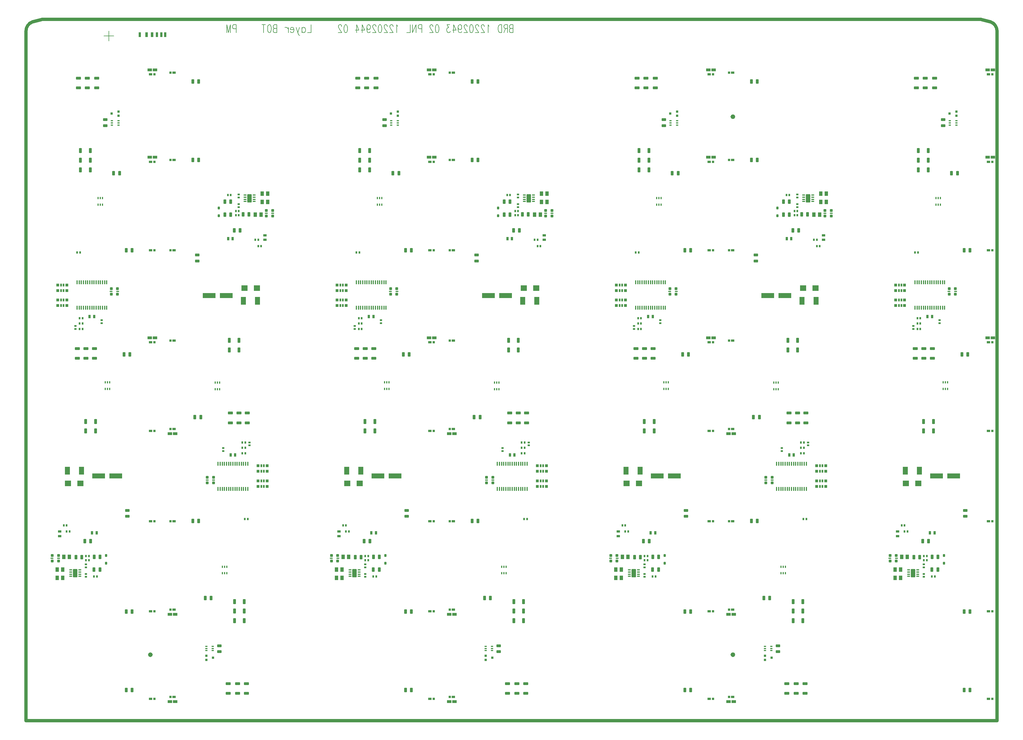
<source format=gbr>
*
G04 Job   : C:\Work\Skoda\12202943\12202943-02\panel_12202944\panel.pnl*
G04 User  : UA220008:semen002*
G04 Layer : SolderPasteBot.gbr*
G04 Date  : Fri Aug 09 23:31:15 2024*
G04 Expedition Layer: Solder Paste - Bottom*
%ICAS*%
%MOIN*%
%FSDAX24Y24*%
%OFA0.0000B0.0000*%
G90*
G74*
%AMVB_RECTANGLE*
21,1,$1,$2,0,0,$3*
%
%AMVB_RCRECTANGLE*
$3=$3X2*
21,1,$1-$3,$2,0,0,0*
21,1,$1,$2-$3,0,0,0*
$1=$1/2*
$2=$2/2*
$3=$3/2*
$1=$1-$3*
$2=$2-$3*
1,1,$3X2,0-$1,0-$2*
1,1,$3X2,0-$1,$2*
1,1,$3X2,$1,$2*
1,1,$3X2,$1,0-$2*
%
%ADD11C,0.00787*%
%ADD10C,0.03937*%
%ADD70VB_RECTANGLE,0.04528X0.01378X90.00000*%
%ADD71VB_RCRECTANGLE,0.02362X0.01575X0.00197*%
%ADD20VB_RCRECTANGLE,0.01575X0.02362X0.00197*%
%ADD29VB_RCRECTANGLE,0.02756X0.01969X0.00197*%
%ADD19VB_RCRECTANGLE,0.01969X0.02756X0.00197*%
%ADD21VB_RCRECTANGLE,0.02953X0.02362X0.00197*%
%ADD14VB_RCRECTANGLE,0.03150X0.01575X0.00197*%
%ADD30VB_RCRECTANGLE,0.02362X0.03150X0.00197*%
%ADD17VB_RCRECTANGLE,0.03150X0.03150X0.00197*%
%ADD18VB_RCRECTANGLE,0.03543X0.01575X0.00197*%
%ADD32VB_RCRECTANGLE,0.01969X0.03543X0.00197*%
%ADD31VB_RCRECTANGLE,0.03150X0.03543X0.00197*%
%ADD73VB_RCRECTANGLE,0.03937X0.02756X0.00197*%
%ADD27VB_RCRECTANGLE,0.02756X0.03937X0.00197*%
%ADD22VB_RCRECTANGLE,0.04331X0.02362X0.00197*%
%ADD72VB_RCRECTANGLE,0.05118X0.03150X0.00197*%
%ADD23VB_RCRECTANGLE,0.03150X0.05118X0.00197*%
%ADD13VB_RCRECTANGLE,0.05118X0.03543X0.00197*%
%ADD12VB_RCRECTANGLE,0.03937X0.05512X0.00197*%
%ADD16VB_RCRECTANGLE,0.05906X0.03150X0.00197*%
%ADD25VB_RCRECTANGLE,0.03150X0.05906X0.00197*%
%ADD26VB_RCRECTANGLE,0.07480X0.06693X0.00197*%
%ADD28VB_RCRECTANGLE,0.06299X0.09055X0.00197*%
%ADD15VB_RCRECTANGLE,0.05118X0.09843X0.00197*%
%ADD24VB_RCRECTANGLE,0.15157X0.06299X0.00197*%
G01*
G36*
X003583Y-000118D02*
X003858D01*
Y000433*
X003583*
Y-000118*
X004409D02*
X004685D01*
Y000433*
X004409*
Y-000118*
X004964Y-074948D02*
G03X005003Y-074951I000039J000283D01*
X005289Y-074665J000286*
X005286Y-074626I000286*
G01X005043*
Y-074383*
G03X005003Y-074380I000040J000282*
X004718Y-074665J000285*
X004721Y-074705I000285*
G01X004964*
Y-074948*
X005043D02*
Y-074705D01*
X005286*
G03X005289Y-074665I000283J000040*
X005003Y-074380I000286*
X004964Y-074383J000285*
G01Y-074626*
X004721*
G03X004718Y-074665I000282J000039*
X005003Y-074951I000285*
X005043Y-074948J000286*
G01X005079Y-000118D02*
X005354D01*
Y000433*
X005079*
Y-000118*
X005669D02*
X005945D01*
Y000433*
X005669*
Y-000118*
X006181D02*
X006457D01*
Y000433*
X006181*
Y-000118*
X006654D02*
X006929D01*
Y000433*
X006654*
Y-000118*
X075255Y-010027D02*
G03X075295Y-010030I000040J000283D01*
X075580Y-009744J000286*
X075577Y-009705I000285*
G01X075334*
Y-009461*
G03X075295Y-009459I000039J000283*
X075009Y-009744J000285*
X075012Y-009783I000286*
G01X075255*
Y-010027*
Y-074948D02*
G03X075295Y-074951I000040J000283D01*
X075580Y-074665J000286*
X075577Y-074626I000285*
G01X075334*
Y-074383*
G03X075295Y-074380I000039J000282*
X075009Y-074665J000285*
X075012Y-074705I000286*
G01X075255*
Y-074948*
X075334D02*
Y-074705D01*
X075577*
G03X075580Y-074665I000282J000040*
X075295Y-074380I000285*
X075255Y-074383J000285*
G01Y-074626*
X075012*
G03X075009Y-074665I000283J000039*
X075295Y-074951I000286*
X075334Y-074948J000286*
G01Y-010027D02*
Y-009783D01*
X075577*
G03X075580Y-009744I000282J000039*
X075295Y-009459I000285*
X075255Y-009461J000285*
G01Y-009705*
X075012*
G03X075009Y-009744I000283J000039*
X075295Y-010030I000286*
X075334Y-010027J000286*
G37*
G54D10*
G01X-010000Y000591D02*
G02X-009213Y001704I001181D01*
G01X-008143Y001987*
G02X-007988Y002008I000155J000570*
G01X105150*
G02X105304Y001987J000591*
G01X106378Y001704*
G02X107165Y000591I000394J001113*
G01Y-082638*
X-010000*
Y000591*
G54D11*
X000000Y-000591D02*
Y000591D01*
X000591Y000000D02*
X-000591D01*
X014666Y000394D02*
Y001378D01*
X014447Y000394*
X014228Y001378*
Y000394*
X015355D02*
Y001378D01*
X015073*
X014979Y001318*
X014948Y001274*
X014917Y001184*
Y001050*
X014948Y000945*
X014979Y000901*
X015073Y000856*
X015355*
X018679Y001378D02*
Y000394D01*
X018898Y001378D02*
X018460D01*
X019431D02*
X019483Y001318D01*
X019535Y001229*
X019567Y001139*
X019587Y001005*
Y000767*
X019567Y000632*
X019535Y000528*
X019483Y000438*
X019431Y000394*
X019316*
X019264Y000438*
X019201Y000528*
X019180Y000632*
X019149Y000767*
Y001005*
X019180Y001139*
X019201Y001229*
X019264Y001318*
X019316Y001378*
X019431*
X020276Y000901D02*
X019995D01*
X019901Y000856*
X019869Y000811*
X019838Y000722*
Y000573*
X019869Y000483*
X019901Y000438*
X019995Y000394*
X020276*
Y001378*
X019995*
X019901Y001318*
X019869Y001274*
X019838Y001184*
Y001095*
X019869Y001005*
X019901Y000945*
X019995Y000901*
X021654Y000767D02*
X021602Y000901D01*
X021498Y000990*
X021383Y001035*
X021216*
X021654D02*
Y000394D01*
X022343Y000767D02*
X021905D01*
Y000856*
X021936Y000945*
X021978Y000990*
X022051Y001035*
X022166*
X022239Y000990*
X022312Y000901*
X022343Y000767*
Y000662*
X022312Y000528*
X022239Y000438*
X022166Y000394*
X022051*
X021978Y000438*
X021905Y000528*
X022594Y001035D02*
X022803Y000394D01*
X022865Y000200*
X022938Y000110*
X023001Y000066*
X023032*
X023001Y001035D02*
X022803Y000394D01*
X023283Y000901D02*
X023356Y000990D01*
X023429Y001035*
X023544*
X023617Y000990*
X023690Y000901*
X023721Y000767*
Y000662*
X023690Y000528*
X023617Y000438*
X023544Y000394*
X023429*
X023356Y000438*
X023283Y000528*
Y001035D02*
Y000394D01*
X024410Y001378D02*
Y000394D01*
X023972*
X028080Y001139D02*
Y001184D01*
X028049Y001274*
X028017Y001318*
X027955Y001378*
X027830*
X027767Y001318*
X027736Y001274*
X027704Y001184*
Y001095*
X027736Y001005*
X027798Y000856*
X028111Y000394*
X027673*
X028612Y001363D02*
X028706Y001318D01*
X028769Y001184*
X028800Y000945*
Y000811*
X028769Y000573*
X028706Y000438*
X028612Y000394*
X028550*
X028456Y000438*
X028393Y000573*
X028362Y000811*
Y000945*
X028393Y001184*
X028456Y001318*
X028550Y001363*
X028612*
X029886D02*
X030178Y000722D01*
X029740*
X029886Y001363D02*
Y000394D01*
X030575Y001363D02*
Y000394D01*
Y001363D02*
X030867Y000722D01*
X030429*
X031118Y001050D02*
X031149Y000901D01*
X031212Y000811*
X031327Y000767*
X031358*
X031462Y000811*
X031525Y000901*
X031556Y001050*
Y001095*
X031525Y001229*
X031462Y001318*
X031358Y001363*
X031327*
X031212Y001318*
X031149Y001229*
X031118Y001050*
Y000811*
X031149Y000573*
X031212Y000438*
X031327Y000394*
X031389*
X031494Y000438*
X031525Y000528*
X032214Y001139D02*
Y001184D01*
X032182Y001274*
X032151Y001318*
X032089Y001378*
X031963*
X031901Y001318*
X031869Y001274*
X031838Y001184*
Y001095*
X031869Y001005*
X031932Y000856*
X032245Y000394*
X031807*
X032746Y001363D02*
X032840Y001318D01*
X032903Y001184*
X032934Y000945*
Y000811*
X032903Y000573*
X032840Y000438*
X032746Y000394*
X032684*
X032590Y000438*
X032527Y000573*
X032496Y000811*
Y000945*
X032527Y001184*
X032590Y001318*
X032684Y001363*
X032746*
X033592Y001139D02*
Y001184D01*
X033560Y001274*
X033529Y001318*
X033466Y001378*
X033341*
X033279Y001318*
X033247Y001274*
X033216Y001184*
Y001095*
X033247Y001005*
X033310Y000856*
X033623Y000394*
X033185*
X034281Y001139D02*
Y001184D01*
X034249Y001274*
X034218Y001318*
X034155Y001378*
X034030*
X033968Y001318*
X033936Y001274*
X033905Y001184*
Y001095*
X033936Y001005*
X033999Y000856*
X034312Y000394*
X033874*
X034834Y001184D02*
X034792Y001229D01*
X034740Y001363*
Y000394*
X036379Y001378D02*
Y000394D01*
X035940*
X037068D02*
Y001378D01*
X036629Y000394*
Y001378*
X037757Y000394D02*
Y001378D01*
X037475*
X037381Y001318*
X037350Y001274*
X037318Y001184*
Y001050*
X037350Y000945*
X037381Y000901*
X037475Y000856*
X037757*
X039103Y001139D02*
Y001184D01*
X039072Y001274*
X039041Y001318*
X038978Y001378*
X038853*
X038790Y001318*
X038759Y001274*
X038728Y001184*
Y001095*
X038759Y001005*
X038822Y000856*
X039135Y000394*
X038696*
X039636Y001363D02*
X039730Y001318D01*
X039792Y001184*
X039824Y000945*
Y000811*
X039792Y000573*
X039730Y000438*
X039636Y000394*
X039573*
X039479Y000438*
X039417Y000573*
X039385Y000811*
Y000945*
X039417Y001184*
X039479Y001318*
X039573Y001363*
X039636*
X041139D02*
X040795D01*
X040982Y000990*
X040888*
X040826Y000945*
X040795Y000901*
X040763Y000767*
Y000662*
X040795Y000528*
X040857Y000438*
X040951Y000394*
X041045*
X041139Y000438*
X041170Y000483*
X041202Y000573*
X041598Y001363D02*
Y000394D01*
Y001363D02*
X041891Y000722D01*
X041452*
X042141Y001050D02*
X042172Y000901D01*
X042235Y000811*
X042350Y000767*
X042381*
X042486Y000811*
X042548Y000901*
X042580Y001050*
Y001095*
X042548Y001229*
X042486Y001318*
X042381Y001363*
X042350*
X042235Y001318*
X042172Y001229*
X042141Y001050*
Y000811*
X042172Y000573*
X042235Y000438*
X042350Y000394*
X042413*
X042517Y000438*
X042548Y000528*
X043237Y001139D02*
Y001184D01*
X043206Y001274*
X043175Y001318*
X043112Y001378*
X042987*
X042924Y001318*
X042893Y001274*
X042861Y001184*
Y001095*
X042893Y001005*
X042955Y000856*
X043269Y000394*
X042830*
X043770Y001363D02*
X043864Y001318D01*
X043926Y001184*
X043957Y000945*
Y000811*
X043926Y000573*
X043864Y000438*
X043770Y000394*
X043707*
X043613Y000438*
X043550Y000573*
X043519Y000811*
Y000945*
X043550Y001184*
X043613Y001318*
X043707Y001363*
X043770*
X044615Y001139D02*
Y001184D01*
X044584Y001274*
X044552Y001318*
X044490Y001378*
X044365*
X044302Y001318*
X044271Y001274*
X044239Y001184*
Y001095*
X044271Y001005*
X044333Y000856*
X044646Y000394*
X044208*
X045304Y001139D02*
Y001184D01*
X045273Y001274*
X045241Y001318*
X045179Y001378*
X045054*
X044991Y001318*
X044960Y001274*
X044928Y001184*
Y001095*
X044960Y001005*
X045022Y000856*
X045335Y000394*
X044897*
X045857Y001184D02*
X045816Y001229D01*
X045763Y001363*
Y000394*
X047402Y001378D02*
X047183D01*
X047089Y001318*
X047026Y001229*
X046995Y001139*
X046964Y001005*
Y000767*
X046995Y000632*
X047026Y000528*
X047089Y000438*
X047183Y000394*
X047402*
Y001378*
X047872Y000901D02*
X047653Y000394D01*
X048091D02*
Y001378D01*
X047809*
X047715Y001318*
X047684Y001274*
X047653Y001184*
Y001095*
X047684Y001005*
X047715Y000945*
X047809Y000901*
X048091*
X048780D02*
X048498D01*
X048404Y000856*
X048373Y000811*
X048342Y000722*
Y000573*
X048373Y000483*
X048404Y000438*
X048498Y000394*
X048780*
Y001378*
X048498*
X048404Y001318*
X048373Y001274*
X048342Y001184*
Y001095*
X048373Y001005*
X048404Y000945*
X048498Y000901*
G54D12*
X-006238Y-065394D03*
Y-064390D03*
X-005568Y-065394D03*
Y-064390D03*
X-005431Y-062854D03*
X-004761D03*
X017680Y-021555D03*
X018349D03*
X018487Y-020020D03*
Y-019016D03*
X019156Y-020020D03*
Y-019016D03*
X027462Y-065394D03*
Y-064390D03*
X028131Y-065394D03*
Y-064390D03*
X028269Y-062854D03*
X028938D03*
X051379Y-021555D03*
X052049D03*
X052186Y-020020D03*
Y-019016D03*
X052856Y-020020D03*
Y-019016D03*
X061162Y-065394D03*
Y-064390D03*
X061831Y-065394D03*
Y-064390D03*
X061969Y-062854D03*
X062638D03*
X085079Y-021555D03*
X085749D03*
X085886Y-020020D03*
Y-019016D03*
X086556Y-020020D03*
Y-019016D03*
X094862Y-065394D03*
Y-064390D03*
X095531Y-065394D03*
Y-064390D03*
X095669Y-062854D03*
X096338D03*
G54D13*
X004921Y-036423D03*
Y-014631D03*
Y-004081D03*
X005551Y-036423D03*
Y-014631D03*
Y-004081D03*
X007367Y-080328D03*
Y-069779D03*
Y-047987D03*
X007997Y-080328D03*
Y-069779D03*
Y-047987D03*
X038621Y-036423D03*
Y-014631D03*
Y-004081D03*
X039251Y-036423D03*
Y-014631D03*
Y-004081D03*
X041067Y-080328D03*
Y-069779D03*
Y-047987D03*
X041697Y-080328D03*
Y-069779D03*
Y-047987D03*
X072321Y-036423D03*
Y-014631D03*
Y-004081D03*
X072951Y-036423D03*
Y-014631D03*
Y-004081D03*
X074767Y-080328D03*
Y-069779D03*
Y-047987D03*
X075397Y-080328D03*
Y-069779D03*
Y-047987D03*
X106020Y-036423D03*
Y-014631D03*
Y-004081D03*
X106650Y-036423D03*
Y-014631D03*
Y-004081D03*
G54D14*
X-004604Y-065207D03*
Y-064951D03*
Y-064695D03*
Y-064439D03*
X-003501Y-065207D03*
Y-064951D03*
Y-064695D03*
Y-064439D03*
X016420Y-019971D03*
Y-019715D03*
Y-019459D03*
Y-019203D03*
X017522Y-019971D03*
Y-019715D03*
Y-019459D03*
Y-019203D03*
X029096Y-065207D03*
Y-064951D03*
Y-064695D03*
Y-064439D03*
X030198Y-065207D03*
Y-064951D03*
Y-064695D03*
Y-064439D03*
X050120Y-019971D03*
Y-019715D03*
Y-019459D03*
Y-019203D03*
X051222Y-019971D03*
Y-019715D03*
Y-019459D03*
Y-019203D03*
X062796Y-065207D03*
Y-064951D03*
Y-064695D03*
Y-064439D03*
X063898Y-065207D03*
Y-064951D03*
Y-064695D03*
Y-064439D03*
X083819Y-019971D03*
Y-019715D03*
Y-019459D03*
Y-019203D03*
X084922Y-019971D03*
Y-019715D03*
Y-019459D03*
Y-019203D03*
X096496Y-065207D03*
Y-064951D03*
Y-064695D03*
Y-064439D03*
X097598Y-065207D03*
Y-064951D03*
Y-064695D03*
Y-064439D03*
G54D15*
X-004053Y-064823D03*
X016971Y-019587D03*
X029647Y-064823D03*
X050671Y-019587D03*
X063347Y-064823D03*
X084371Y-019587D03*
X097047Y-064823D03*
G54D16*
X-003792Y-038911D03*
Y-037730D03*
X-003679Y-006260D03*
Y-005079D03*
X-002768Y-038911D03*
Y-037730D03*
X-002596Y-006260D03*
Y-005079D03*
X-001745Y-038911D03*
Y-037730D03*
X-001474Y-006260D03*
Y-005079D03*
X014392Y-079331D03*
Y-078150D03*
X014663Y-046680D03*
Y-045499D03*
X015514Y-079331D03*
Y-078150D03*
X015687Y-046680D03*
Y-045499D03*
X016597Y-079331D03*
Y-078150D03*
X016710Y-046680D03*
Y-045499D03*
X029908Y-038911D03*
Y-037730D03*
X030021Y-006260D03*
Y-005079D03*
X030931Y-038911D03*
Y-037730D03*
X031104Y-006260D03*
Y-005079D03*
X031955Y-038911D03*
Y-037730D03*
X032226Y-006260D03*
Y-005079D03*
X048092Y-079331D03*
Y-078150D03*
X048363Y-046680D03*
Y-045499D03*
X049214Y-079331D03*
Y-078150D03*
X049386Y-046680D03*
Y-045499D03*
X050297Y-079331D03*
Y-078150D03*
X050410Y-046680D03*
Y-045499D03*
X063608Y-038911D03*
Y-037730D03*
X063721Y-006260D03*
Y-005079D03*
X064631Y-038911D03*
Y-037730D03*
X064804Y-006260D03*
Y-005079D03*
X065655Y-038911D03*
Y-037730D03*
X065926Y-006260D03*
Y-005079D03*
X081792Y-079331D03*
Y-078150D03*
X082063Y-046680D03*
Y-045499D03*
X082914Y-079331D03*
Y-078150D03*
X083086Y-046680D03*
Y-045499D03*
X083997Y-079331D03*
Y-078150D03*
X084110Y-046680D03*
Y-045499D03*
X097307Y-038911D03*
Y-037730D03*
X097421Y-006260D03*
Y-005079D03*
X098331Y-038911D03*
Y-037730D03*
X098504Y-006260D03*
Y-005079D03*
X099355Y-038911D03*
Y-037730D03*
X099626Y-006260D03*
Y-005079D03*
G54D17*
X-006834Y-063360D03*
Y-062691D03*
X-006086Y-063360D03*
Y-062691D03*
X000298Y-031161D03*
Y-030492D03*
X001046Y-031161D03*
Y-030492D03*
X011872Y-053917D03*
Y-053248D03*
X012620Y-053917D03*
Y-053248D03*
X019005Y-021719D03*
Y-021050D03*
X019753Y-021719D03*
Y-021050D03*
X026865Y-063360D03*
Y-062691D03*
X027613Y-063360D03*
Y-062691D03*
X033998Y-031161D03*
Y-030492D03*
X034746Y-031161D03*
Y-030492D03*
X045572Y-053917D03*
Y-053248D03*
X046320Y-053917D03*
Y-053248D03*
X052705Y-021719D03*
Y-021050D03*
X053453Y-021719D03*
Y-021050D03*
X060565Y-063360D03*
Y-062691D03*
X061313Y-063360D03*
Y-062691D03*
X067697Y-031161D03*
Y-030492D03*
X068445Y-031161D03*
Y-030492D03*
X079272Y-053917D03*
Y-053248D03*
X080020Y-053917D03*
Y-053248D03*
X086404Y-021719D03*
Y-021050D03*
X087152Y-021719D03*
Y-021050D03*
X094265Y-063360D03*
Y-062691D03*
X095013Y-063360D03*
Y-062691D03*
X101397Y-031161D03*
Y-030492D03*
X102145Y-031161D03*
Y-030492D03*
G54D18*
X-006854Y-063025D03*
X-006067D03*
X000278Y-030827D03*
X001066D03*
X011853Y-053583D03*
X012640D03*
X018985Y-021384D03*
X019772D03*
X026846Y-063025D03*
X027633D03*
X033978Y-030827D03*
X034765D03*
X045553Y-053583D03*
X046340D03*
X052685Y-021384D03*
X053472D03*
X060545Y-063025D03*
X061333D03*
X067678Y-030827D03*
X068465D03*
X079252Y-053583D03*
X080040D03*
X086385Y-021384D03*
X087172D03*
X094245Y-063025D03*
X095033D03*
X101378Y-030827D03*
X102165D03*
G54D19*
X-005450Y-059055D03*
X-005096Y-059803D03*
Y-059055D03*
X-004742Y-059803D03*
X-003836Y-026122D03*
X-003541Y-035354D03*
Y-034705D03*
Y-034055D03*
X-003482Y-026122D03*
X-003186Y-035354D03*
Y-034705D03*
Y-034055D03*
X-002753Y-063268D03*
Y-062776D03*
X-002399Y-063268D03*
Y-062776D03*
X-001789Y-065217D03*
X-001434D03*
X014353Y-019193D03*
X014707D03*
X015317Y-021634D03*
Y-021142D03*
X015672Y-021634D03*
Y-021142D03*
X016105Y-050354D03*
Y-049705D03*
Y-049055D03*
X016400Y-058288D03*
X016459Y-050354D03*
Y-049705D03*
Y-049055D03*
X016754Y-058288D03*
X017660Y-024606D03*
X018014Y-025354D03*
Y-024606D03*
X018369Y-025354D03*
X028249Y-059055D03*
X028604Y-059803D03*
Y-059055D03*
X028958Y-059803D03*
X029864Y-026122D03*
X030159Y-035354D03*
Y-034705D03*
Y-034055D03*
X030218Y-026122D03*
X030513Y-035354D03*
Y-034705D03*
Y-034055D03*
X030946Y-063268D03*
Y-062776D03*
X031301Y-063268D03*
Y-062776D03*
X031911Y-065217D03*
X032265D03*
X048053Y-019193D03*
X048407D03*
X049017Y-021634D03*
Y-021142D03*
X049372Y-021634D03*
Y-021142D03*
X049805Y-050354D03*
Y-049705D03*
Y-049055D03*
X050100Y-058287D03*
X050159Y-050354D03*
Y-049705D03*
Y-049055D03*
X050454Y-058287D03*
X051360Y-024606D03*
X051714Y-025354D03*
Y-024606D03*
X052068Y-025354D03*
X061949Y-059055D03*
X062304Y-059803D03*
Y-059055D03*
X062658Y-059803D03*
X063564Y-026122D03*
X063859Y-035354D03*
Y-034705D03*
Y-034055D03*
X063918Y-026122D03*
X064213Y-035354D03*
Y-034705D03*
Y-034055D03*
X064646Y-063268D03*
Y-062776D03*
X065001Y-063268D03*
Y-062776D03*
X065611Y-065217D03*
X065965D03*
X081752Y-019193D03*
X082107D03*
X082717Y-021634D03*
Y-021142D03*
X083071Y-021634D03*
Y-021142D03*
X083504Y-050354D03*
Y-049705D03*
Y-049055D03*
X083800Y-058287D03*
X083859Y-050354D03*
Y-049705D03*
Y-049055D03*
X084154Y-058287D03*
X085060Y-024606D03*
X085414Y-025354D03*
Y-024606D03*
X085768Y-025354D03*
X095649Y-059055D03*
X096004Y-059803D03*
Y-059055D03*
X096358Y-059803D03*
X097263Y-026122D03*
X097559Y-035354D03*
Y-034705D03*
Y-034055D03*
X097618Y-026122D03*
X097913Y-035354D03*
Y-034705D03*
Y-034055D03*
X098346Y-063268D03*
Y-062776D03*
X098700Y-063268D03*
Y-062776D03*
X099311Y-065217D03*
X099665D03*
G54D20*
X-001297Y-020354D03*
Y-019567D03*
X-001041Y-020354D03*
Y-019567D03*
X-000785Y-020354D03*
Y-019567D03*
X-000431Y-042582D03*
Y-041794D03*
X-000175Y-042582D03*
Y-041794D03*
X000081Y-042582D03*
Y-041794D03*
X012837Y-042615D03*
Y-041828D03*
X013093Y-042615D03*
Y-041828D03*
X013349Y-042615D03*
Y-041828D03*
X013703Y-064843D03*
Y-064055D03*
X013959Y-064843D03*
Y-064055D03*
X014215Y-064843D03*
Y-064055D03*
X032403Y-020354D03*
Y-019567D03*
X032659Y-020354D03*
Y-019567D03*
X032915Y-020354D03*
Y-019567D03*
X033269Y-042582D03*
Y-041794D03*
X033525Y-042582D03*
Y-041794D03*
X033781Y-042582D03*
Y-041794D03*
X046537Y-042615D03*
Y-041828D03*
X046793Y-042615D03*
Y-041828D03*
X047049Y-042615D03*
Y-041828D03*
X047403Y-064843D03*
Y-064055D03*
X047659Y-064843D03*
Y-064055D03*
X047915Y-064843D03*
Y-064055D03*
X066103Y-020354D03*
Y-019567D03*
X066359Y-020354D03*
Y-019567D03*
X066615Y-020354D03*
Y-019567D03*
X066969Y-042582D03*
Y-041794D03*
X067225Y-042582D03*
Y-041794D03*
X067481Y-042582D03*
Y-041794D03*
X080237Y-042615D03*
Y-041828D03*
X080493Y-042615D03*
Y-041828D03*
X080749Y-042615D03*
Y-041828D03*
X081103Y-064843D03*
Y-064055D03*
X081359Y-064843D03*
Y-064055D03*
X081615Y-064843D03*
Y-064055D03*
X099803Y-020354D03*
Y-019567D03*
X100059Y-020354D03*
Y-019567D03*
X100315Y-020354D03*
Y-019567D03*
X100669Y-042582D03*
Y-041794D03*
X100925Y-042582D03*
Y-041794D03*
X101181Y-042582D03*
Y-041794D03*
G54D21*
X000345Y-009370D03*
X001153Y-009626D03*
Y-009114D03*
X005505Y-079994D03*
Y-069444D03*
Y-058547D03*
Y-047652D03*
Y-036974D03*
Y-025862D03*
Y-015182D03*
Y-004632D03*
X007414Y-079777D03*
Y-069228D03*
Y-058547D03*
Y-047436D03*
Y-036757D03*
Y-025863D03*
Y-014966D03*
Y-004416D03*
X011766Y-075295D03*
Y-074784D03*
X012573Y-075040D03*
X034045Y-009370D03*
X034852Y-009626D03*
Y-009114D03*
X039204Y-079994D03*
Y-069444D03*
Y-058547D03*
Y-047652D03*
Y-036974D03*
Y-025862D03*
Y-015182D03*
Y-004632D03*
X041114Y-079777D03*
Y-069227D03*
Y-058547D03*
Y-047436D03*
Y-036757D03*
Y-025862D03*
Y-014966D03*
Y-004416D03*
X045466Y-075295D03*
Y-074784D03*
X046273Y-075039D03*
X067745Y-009370D03*
X068552Y-009626D03*
Y-009114D03*
X072904Y-079994D03*
Y-069444D03*
Y-058547D03*
Y-047652D03*
Y-036974D03*
Y-025862D03*
Y-015182D03*
Y-004632D03*
X074814Y-079777D03*
Y-069227D03*
Y-058547D03*
Y-047436D03*
Y-036757D03*
Y-025862D03*
Y-014966D03*
Y-004416D03*
X079165Y-075295D03*
Y-074784D03*
X079973Y-075039D03*
X101445Y-009370D03*
X102252Y-009626D03*
Y-009114D03*
X106604Y-079994D03*
Y-069444D03*
Y-058547D03*
Y-047652D03*
Y-036974D03*
Y-025862D03*
Y-015182D03*
Y-004632D03*
G54D22*
X005042Y-079994D03*
Y-069444D03*
Y-058547D03*
Y-047652D03*
Y-036974D03*
Y-025862D03*
Y-015182D03*
Y-004632D03*
X007876Y-079777D03*
Y-069228D03*
Y-058547D03*
Y-047436D03*
Y-036757D03*
Y-025863D03*
Y-014966D03*
Y-004416D03*
X038742Y-079994D03*
Y-069444D03*
Y-058547D03*
Y-047652D03*
Y-036974D03*
Y-025862D03*
Y-015182D03*
Y-004632D03*
X041576Y-079777D03*
Y-069227D03*
Y-058547D03*
Y-047436D03*
Y-036757D03*
Y-025862D03*
Y-014966D03*
Y-004416D03*
X072441Y-079994D03*
Y-069444D03*
Y-058547D03*
Y-047652D03*
Y-036974D03*
Y-025862D03*
Y-015182D03*
Y-004632D03*
X075276Y-079777D03*
Y-069227D03*
Y-058547D03*
Y-047436D03*
Y-036757D03*
Y-025862D03*
Y-014966D03*
Y-004416D03*
X106141Y-079994D03*
Y-069444D03*
Y-058547D03*
Y-047652D03*
Y-036974D03*
Y-025862D03*
Y-015182D03*
Y-004632D03*
G54D23*
X-003974Y-062894D03*
X-003265D03*
X-002911Y-060945D03*
X-002202D03*
X-001789Y-064409D03*
X-001779Y-062854D03*
X-001080Y-064409D03*
X-001070Y-062854D03*
X000573Y-016575D03*
X001282D03*
X001833Y-038425D03*
X002089Y-078917D03*
Y-069449D03*
Y-025866D03*
X002542Y-038425D03*
X002798Y-078917D03*
Y-069449D03*
Y-025866D03*
X010120Y-058543D03*
Y-014961D03*
Y-005492D03*
X010376Y-045984D03*
X010829Y-058543D03*
Y-014961D03*
Y-005492D03*
X011085Y-045984D03*
X011636Y-067835D03*
X012345D03*
X013989Y-021555D03*
X013998Y-020000D03*
X014697Y-021555D03*
X014707Y-020000D03*
X015120Y-023465D03*
X015829D03*
X016183Y-021516D03*
X016892D03*
X029726Y-062894D03*
X030435D03*
X030789Y-060945D03*
X031498D03*
X031911Y-064409D03*
X031921Y-062854D03*
X032620Y-064409D03*
X032629Y-062854D03*
X034273Y-016575D03*
X034982D03*
X035533Y-038425D03*
X035789Y-078917D03*
Y-069449D03*
Y-025866D03*
X036242Y-038425D03*
X036498Y-078917D03*
Y-069449D03*
Y-025866D03*
X043820Y-058543D03*
Y-014961D03*
Y-005492D03*
X044076Y-045984D03*
X044529Y-058543D03*
Y-014961D03*
Y-005492D03*
X044785Y-045984D03*
X045336Y-067835D03*
X046045D03*
X047688Y-021555D03*
X047698Y-020000D03*
X048397Y-021555D03*
X048407Y-020000D03*
X048820Y-023465D03*
X049529D03*
X049883Y-021516D03*
X050592D03*
X063426Y-062894D03*
X064134D03*
X064489Y-060945D03*
X065197D03*
X065611Y-064409D03*
X065621Y-062854D03*
X066319Y-064409D03*
X066329Y-062854D03*
X067973Y-016575D03*
X068682D03*
X069233Y-038425D03*
X069489Y-078917D03*
Y-069449D03*
Y-025866D03*
X069941Y-038425D03*
X070197Y-078917D03*
Y-069449D03*
Y-025866D03*
X077520Y-058543D03*
Y-014961D03*
Y-005492D03*
X077776Y-045984D03*
X078229Y-058543D03*
Y-014961D03*
Y-005492D03*
X078485Y-045984D03*
X079036Y-067835D03*
X079745D03*
X081388Y-021555D03*
X081398Y-020000D03*
X082097Y-021555D03*
X082107Y-020000D03*
X082520Y-023465D03*
X083229D03*
X083583Y-021516D03*
X084292D03*
X097126Y-062894D03*
X097834D03*
X098189Y-060945D03*
X098897D03*
X099311Y-064409D03*
X099320Y-062854D03*
X100019Y-064409D03*
X100029Y-062854D03*
X101673Y-016575D03*
X102381D03*
X102933Y-038425D03*
X103189Y-078917D03*
Y-069449D03*
Y-025866D03*
X103641Y-038425D03*
X103897Y-078917D03*
Y-069449D03*
Y-025866D03*
G54D24*
X-001249Y-053095D03*
X000818D03*
X012100Y-031314D03*
X014167D03*
X032451Y-053095D03*
X034518D03*
X045800Y-031314D03*
X047867D03*
X066151Y-053095D03*
X068218D03*
X079500Y-031314D03*
X081567D03*
X099851Y-053095D03*
X101918D03*
G54D25*
X-003423Y-016161D03*
Y-015000D03*
Y-013839D03*
X-002793Y-047677D03*
Y-046516D03*
X-002242Y-016161D03*
Y-015000D03*
Y-013839D03*
X-001612Y-047677D03*
Y-046516D03*
X014530Y-037894D03*
Y-036732D03*
X015160Y-070571D03*
Y-069410D03*
Y-068248D03*
X015711Y-037894D03*
Y-036732D03*
X016341Y-070571D03*
Y-069410D03*
Y-068248D03*
X030277Y-016161D03*
Y-015000D03*
Y-013839D03*
X030907Y-047677D03*
Y-046516D03*
X031458Y-016161D03*
Y-015000D03*
Y-013839D03*
X032088Y-047677D03*
Y-046516D03*
X048230Y-037894D03*
Y-036732D03*
X048860Y-070571D03*
Y-069410D03*
Y-068248D03*
X049411Y-037894D03*
Y-036732D03*
X050041Y-070571D03*
Y-069410D03*
Y-068248D03*
X063977Y-016161D03*
Y-015000D03*
Y-013839D03*
X064607Y-047677D03*
Y-046516D03*
X065158Y-016161D03*
Y-015000D03*
Y-013839D03*
X065788Y-047677D03*
Y-046516D03*
X081930Y-037894D03*
Y-036732D03*
X082560Y-070571D03*
Y-069410D03*
Y-068248D03*
X083111Y-037894D03*
Y-036732D03*
X083741Y-070571D03*
Y-069410D03*
Y-068248D03*
X097677Y-016161D03*
Y-015000D03*
Y-013839D03*
X098307Y-047677D03*
Y-046516D03*
X098858Y-016161D03*
Y-015000D03*
Y-013839D03*
X099488Y-047677D03*
Y-046516D03*
G54D26*
X-004940Y-053981D03*
X-003444D03*
X016362Y-030428D03*
X017858D03*
X028760Y-053981D03*
X030256D03*
X050062Y-030428D03*
X051558D03*
X062460Y-053981D03*
X063956D03*
X083762Y-030428D03*
X085258D03*
X096160Y-053981D03*
X097656D03*
G54D27*
X-002320Y-033858D03*
X-002025Y-059961D03*
X-001769Y-033858D03*
X-001474Y-059961D03*
X014392Y-024449D03*
X014687Y-050551D03*
X014943Y-024449D03*
X015239Y-050551D03*
X031379Y-033858D03*
X031675Y-059961D03*
X031931Y-033858D03*
X032226Y-059961D03*
X048092Y-024449D03*
X048387Y-050551D03*
X048643Y-024449D03*
X048938Y-050551D03*
X065079Y-033858D03*
X065375Y-059961D03*
X065630Y-033858D03*
X065926Y-059961D03*
X081792Y-024449D03*
X082087Y-050551D03*
X082343Y-024449D03*
X082638Y-050551D03*
X098779Y-033858D03*
X099074Y-059961D03*
X099330Y-033858D03*
X099626Y-059961D03*
G54D28*
X-005009Y-052446D03*
X-003296D03*
X016214Y-031964D03*
X017927D03*
X028691Y-052446D03*
X030404D03*
X049914Y-031964D03*
X051627D03*
X062391Y-052446D03*
X064103D03*
X083614Y-031964D03*
X085327D03*
X096091Y-052446D03*
X097803D03*
G54D29*
X-004033Y-035354D03*
Y-035000D03*
X-002753Y-065276D03*
Y-064921D03*
Y-064114D03*
Y-063760D03*
X-000864Y-034665D03*
Y-034311D03*
X013782Y-050099D03*
Y-049744D03*
X015672Y-020650D03*
Y-020295D03*
Y-019488D03*
Y-019134D03*
X016951Y-049410D03*
Y-049055D03*
X029667Y-035354D03*
Y-035000D03*
X030946Y-065276D03*
Y-064921D03*
Y-064114D03*
Y-063760D03*
X032836Y-034665D03*
Y-034311D03*
X047482Y-050099D03*
Y-049744D03*
X049372Y-020650D03*
Y-020295D03*
Y-019488D03*
Y-019134D03*
X050651Y-049410D03*
Y-049055D03*
X063367Y-035354D03*
Y-035000D03*
X064646Y-065276D03*
Y-064921D03*
Y-064114D03*
Y-063760D03*
X066536Y-034665D03*
Y-034311D03*
X081182Y-050099D03*
Y-049744D03*
X083071Y-020650D03*
Y-020295D03*
Y-019488D03*
Y-019134D03*
X084351Y-049410D03*
Y-049055D03*
X097067Y-035354D03*
Y-035000D03*
X098346Y-065276D03*
Y-064921D03*
Y-064114D03*
Y-063760D03*
X100236Y-034665D03*
Y-034311D03*
G54D30*
X-000352Y-063636D03*
Y-062702D03*
X013270Y-021707D03*
Y-020773D03*
X033348Y-063636D03*
Y-062702D03*
X046970Y-021707D03*
Y-020773D03*
X067048Y-063636D03*
Y-062702D03*
X080670Y-021707D03*
Y-020773D03*
X100748Y-063636D03*
Y-062702D03*
G54D31*
X-006169Y-032539D03*
Y-031870D03*
Y-030728D03*
Y-030059D03*
X-005086Y-032539D03*
Y-031870D03*
Y-030728D03*
Y-030059D03*
X018004Y-054351D03*
Y-053681D03*
Y-052540D03*
Y-051870D03*
X019087Y-054351D03*
Y-053681D03*
Y-052540D03*
Y-051870D03*
X027531Y-032539D03*
Y-031870D03*
Y-030728D03*
Y-030059D03*
X028614Y-032539D03*
Y-031870D03*
Y-030728D03*
Y-030059D03*
X051704Y-054350D03*
Y-053681D03*
Y-052539D03*
Y-051870D03*
X052787Y-054350D03*
Y-053681D03*
Y-052539D03*
Y-051870D03*
X061231Y-032539D03*
Y-031870D03*
Y-030728D03*
Y-030059D03*
X062314Y-032539D03*
Y-031870D03*
Y-030728D03*
Y-030059D03*
X085404Y-054350D03*
Y-053681D03*
Y-052539D03*
Y-051870D03*
X086487Y-054350D03*
Y-053681D03*
Y-052539D03*
Y-051870D03*
X094931Y-032539D03*
Y-031870D03*
Y-030728D03*
Y-030059D03*
X096013Y-032539D03*
Y-031870D03*
Y-030728D03*
Y-030059D03*
G54D32*
X-005785Y-032539D03*
Y-031870D03*
Y-030728D03*
Y-030059D03*
X-005470Y-032539D03*
Y-031870D03*
Y-030728D03*
Y-030059D03*
X018388Y-054351D03*
Y-053681D03*
Y-052540D03*
Y-051870D03*
X018703Y-054351D03*
Y-053681D03*
Y-052540D03*
Y-051870D03*
X027915Y-032539D03*
Y-031870D03*
Y-030728D03*
Y-030059D03*
X028230Y-032539D03*
Y-031870D03*
Y-030728D03*
Y-030059D03*
X052088Y-054350D03*
Y-053681D03*
Y-052539D03*
Y-051870D03*
X052403Y-054350D03*
Y-053681D03*
Y-052539D03*
Y-051870D03*
X061615Y-032539D03*
Y-031870D03*
Y-030728D03*
Y-030059D03*
X061930Y-032539D03*
Y-031870D03*
Y-030728D03*
Y-030059D03*
X085788Y-054350D03*
Y-053681D03*
Y-052539D03*
Y-051870D03*
X086103Y-054350D03*
Y-053681D03*
Y-052539D03*
Y-051870D03*
X095315Y-032539D03*
Y-031870D03*
Y-030728D03*
Y-030059D03*
X095630Y-032539D03*
Y-031870D03*
Y-030728D03*
Y-030059D03*
G54D70*
X-003836Y-032785D03*
Y-029734D03*
X-003580Y-032785D03*
Y-029734D03*
X-003324Y-032785D03*
Y-029734D03*
X-003068Y-032785D03*
Y-029734D03*
X-002812Y-032785D03*
Y-029734D03*
X-002557Y-032785D03*
Y-029734D03*
X-002301Y-032785D03*
Y-029734D03*
X-002045Y-032785D03*
Y-029734D03*
X-001789Y-032785D03*
Y-029734D03*
X-001533Y-032785D03*
Y-029734D03*
X-001277Y-032785D03*
Y-029734D03*
X-001021Y-032785D03*
Y-029734D03*
X-000765Y-032785D03*
Y-029734D03*
X-000509Y-032785D03*
Y-029734D03*
X-000253Y-032785D03*
Y-029734D03*
X013172Y-054676D03*
Y-051625D03*
X013428Y-054676D03*
Y-051625D03*
X013683Y-054676D03*
Y-051625D03*
X013939Y-054676D03*
Y-051625D03*
X014195Y-054676D03*
Y-051625D03*
X014451Y-054676D03*
Y-051625D03*
X014707Y-054676D03*
Y-051625D03*
X014963Y-054676D03*
Y-051625D03*
X015219Y-054676D03*
Y-051625D03*
X015475Y-054676D03*
Y-051625D03*
X015731Y-054676D03*
Y-051625D03*
X015987Y-054676D03*
Y-051625D03*
X016243Y-054676D03*
Y-051625D03*
X016498Y-054676D03*
Y-051625D03*
X016754Y-054676D03*
Y-051625D03*
X029864Y-032785D03*
Y-029734D03*
X030120Y-032785D03*
Y-029734D03*
X030375Y-032785D03*
Y-029734D03*
X030631Y-032785D03*
Y-029734D03*
X030887Y-032785D03*
Y-029734D03*
X031143Y-032785D03*
Y-029734D03*
X031399Y-032785D03*
Y-029734D03*
X031655Y-032785D03*
Y-029734D03*
X031911Y-032785D03*
Y-029734D03*
X032167Y-032785D03*
Y-029734D03*
X032423Y-032785D03*
Y-029734D03*
X032679Y-032785D03*
Y-029734D03*
X032935Y-032785D03*
Y-029734D03*
X033190Y-032785D03*
Y-029734D03*
X033446Y-032785D03*
Y-029734D03*
X046872Y-054676D03*
Y-051625D03*
X047127Y-054676D03*
Y-051625D03*
X047383Y-054676D03*
Y-051625D03*
X047639Y-054676D03*
Y-051625D03*
X047895Y-054676D03*
Y-051625D03*
X048151Y-054676D03*
Y-051625D03*
X048407Y-054676D03*
Y-051625D03*
X048663Y-054676D03*
Y-051625D03*
X048919Y-054676D03*
Y-051625D03*
X049175Y-054676D03*
Y-051625D03*
X049431Y-054676D03*
Y-051625D03*
X049686Y-054676D03*
Y-051625D03*
X049942Y-054676D03*
Y-051625D03*
X050198Y-054676D03*
Y-051625D03*
X050454Y-054676D03*
Y-051625D03*
X063564Y-032785D03*
Y-029734D03*
X063819Y-032785D03*
Y-029734D03*
X064075Y-032785D03*
Y-029734D03*
X064331Y-032785D03*
Y-029734D03*
X064587Y-032785D03*
Y-029734D03*
X064843Y-032785D03*
Y-029734D03*
X065099Y-032785D03*
Y-029734D03*
X065355Y-032785D03*
Y-029734D03*
X065611Y-032785D03*
Y-029734D03*
X065867Y-032785D03*
Y-029734D03*
X066123Y-032785D03*
Y-029734D03*
X066378Y-032785D03*
Y-029734D03*
X066634Y-032785D03*
Y-029734D03*
X066890Y-032785D03*
Y-029734D03*
X067146Y-032785D03*
Y-029734D03*
X080571Y-054676D03*
Y-051625D03*
X080827Y-054676D03*
Y-051625D03*
X081083Y-054676D03*
Y-051625D03*
X081339Y-054676D03*
Y-051625D03*
X081595Y-054676D03*
Y-051625D03*
X081851Y-054676D03*
Y-051625D03*
X082107Y-054676D03*
Y-051625D03*
X082363Y-054676D03*
Y-051625D03*
X082619Y-054676D03*
Y-051625D03*
X082875Y-054676D03*
Y-051625D03*
X083130Y-054676D03*
Y-051625D03*
X083386Y-054676D03*
Y-051625D03*
X083642Y-054676D03*
Y-051625D03*
X083898Y-054676D03*
Y-051625D03*
X084154Y-054676D03*
Y-051625D03*
X097263Y-032785D03*
Y-029734D03*
X097519Y-032785D03*
Y-029734D03*
X097775Y-032785D03*
Y-029734D03*
X098031Y-032785D03*
Y-029734D03*
X098287Y-032785D03*
Y-029734D03*
X098543Y-032785D03*
Y-029734D03*
X098799Y-032785D03*
Y-029734D03*
X099055Y-032785D03*
Y-029734D03*
X099311Y-032785D03*
Y-029734D03*
X099567Y-032785D03*
Y-029734D03*
X099822Y-032785D03*
Y-029734D03*
X100078Y-032785D03*
Y-029734D03*
X100334Y-032785D03*
Y-029734D03*
X100590Y-032785D03*
Y-029734D03*
X100846Y-032785D03*
Y-029734D03*
G54D71*
X000377Y-010748D03*
Y-010492D03*
Y-010236D03*
X001164Y-010748D03*
Y-010492D03*
Y-010236D03*
X011754Y-074173D03*
Y-073917D03*
Y-073662D03*
X012542Y-074173D03*
Y-073917D03*
Y-073662D03*
X034076Y-010748D03*
Y-010492D03*
Y-010236D03*
X034864Y-010748D03*
Y-010492D03*
Y-010236D03*
X045454Y-074173D03*
Y-073917D03*
Y-073662D03*
X046242Y-074173D03*
Y-073917D03*
Y-073662D03*
X067776Y-010748D03*
Y-010492D03*
Y-010236D03*
X068564Y-010748D03*
Y-010492D03*
Y-010236D03*
X079154Y-074173D03*
Y-073917D03*
Y-073662D03*
X079941Y-074173D03*
Y-073917D03*
Y-073662D03*
X101476Y-010748D03*
Y-010492D03*
Y-010236D03*
X102263Y-010748D03*
Y-010492D03*
Y-010236D03*
G54D72*
X-000421Y-010817D03*
Y-010108D03*
X002247Y-057972D03*
Y-057264D03*
X010672Y-027146D03*
Y-026437D03*
X013339Y-074301D03*
Y-073593D03*
X033279Y-010817D03*
Y-010108D03*
X035946Y-057972D03*
Y-057264D03*
X044372Y-027146D03*
Y-026437D03*
X047039Y-074301D03*
Y-073593D03*
X066979Y-010817D03*
Y-010108D03*
X069646Y-057972D03*
Y-057264D03*
X078071Y-027146D03*
Y-026437D03*
X080739Y-074301D03*
Y-073593D03*
X100679Y-010817D03*
Y-010108D03*
X103346Y-057972D03*
Y-057264D03*
G54D73*
X-005923Y-060354D03*
Y-059803D03*
X018841Y-024606D03*
Y-024055D03*
X027777Y-060354D03*
Y-059803D03*
X052541Y-024606D03*
Y-024055D03*
X061477Y-060354D03*
Y-059803D03*
X086241Y-024606D03*
Y-024055D03*
X095177Y-060354D03*
Y-059803D03*
M02*

</source>
